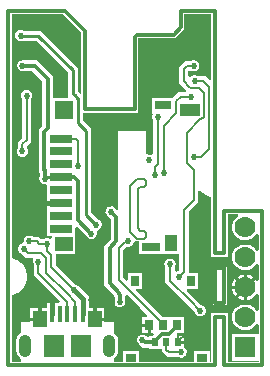
<source format=gbr>
G04 ================== begin FILE IDENTIFICATION RECORD ==================*
G04 Layout Name:  STEVAL-STLCR01V1.brd*
G04 Film Name:    STEVAL-STLCR01V1-06BOT.GBR*
G04 File Format:  Gerber RS274X*
G04 File Origin:  Cadence Allegro 16.5-P002*
G04 Origin Date:  Wed May 18 11:18:33 2016*
G04 *
G04 Layer:  VIA CLASS/BOTTOM*
G04 Layer:  PIN/BOTTOM*
G04 Layer:  ETCH/BOTTOM*
G04 Layer:  BOARD GEOMETRY/TOOLING_CORNERS*
G04 *
G04 Offset:    (0.0000 0.0000)*
G04 Mirror:    No*
G04 Mode:      Positive*
G04 Rotation:  0*
G04 FullContactRelief:  No*
G04 UndefLineWidth:     0.0000*
G04 ================== end FILE IDENTIFICATION RECORD ====================*
%FSLAX25Y25*MOMM*%
%IR0*IPPOS*OFA0.00000B0.00000*MIA0B0*SFA1.00000B1.00000*%
%ADD11C,.52*%
%ADD16R,1.905X.7112*%
%ADD22R,1.524X.762*%
%ADD23R,1.397X.762*%
%ADD14R,.4064X1.4478*%
%ADD10O,1.05X1.9*%
%ADD13R,1.15X1.45*%
%ADD24R,1.651X1.016*%
%ADD15R,1.524X1.27*%
%ADD12R,1.75X1.9*%
%ADD20R,.7X.85*%
%ADD21R,1.016X1.4478*%
%ADD19R,.508X.635*%
%ADD17R,1.524X1.524*%
%ADD26C,1.778*%
%ADD25R,1.778X1.778*%
%ADD18R,.889X.762*%
%ADD27C,.2*%
%ADD28C,.3*%
%ADD29C,.4*%
%ADD30C,.25*%
%ADD31R,1.2002X3.3002*%
G75*
%LPD*%
G75*
G36*
G01X611330Y2299890D02*
X609110Y2302110D01*
X608910Y2302360D01*
G03X607850Y2303680I-33675J-25957D01*
G01X604210Y2307990D01*
X597650Y2314550D01*
X597050Y2315970D01*
X587520Y2325500D01*
Y2517610D01*
X271610Y2833520D01*
X128780D01*
G03Y2748480I-23780J-42520D01*
G01X236390D01*
X502480Y2482390D01*
Y2290300D01*
X511510Y2281260D01*
G02X504320Y2263920I-7188J-7180D01*
G01X380020D01*
Y2443630D01*
X241630Y2582020D01*
X138650D01*
X137760Y2582370D01*
G03Y2491630I-17760J-45370D01*
G01X138650Y2491980D01*
X204330D01*
X289980Y2406330D01*
Y2023650D01*
X259980Y1993650D01*
Y1636350D01*
X264980Y1631350D01*
Y1598650D01*
X264630Y1597760D01*
G03X319820Y1532280I45369J-17759D01*
G02X332030Y1522330I2050J-9951D01*
G01Y1091720D01*
X371080D01*
Y1080110D01*
G02X355590Y1071460I-10159J-2D01*
G03X302210Y1070020I-25591J-41459D01*
G01X277060D01*
X257060Y1090020D01*
X207790D01*
G03X131600Y1044430I-27789J-40018D01*
G02X122970Y1033210I-10093J-1166D01*
G03X119920Y937330I7026J-48212D01*
G01X121390Y937020D01*
X130240Y928180D01*
X133120D01*
X149090Y912210D01*
X201380D01*
G02X210690Y897980I2J-10159D01*
G03X215310Y850670I44639J-19521D01*
G01Y763090D01*
X435950Y542450D01*
G02X428770Y525110I-7186J-7181D01*
G01X326960D01*
Y483220D01*
X187780D01*
Y365020D01*
X104980D01*
Y272750D01*
X102590Y271260D01*
G03X67280Y207500I39911J-63760D01*
G01Y122500D01*
G03X102590Y58740I75221J0D01*
G01X104970Y57250D01*
Y30000D01*
X30000D01*
Y592760D01*
X34000Y593630D01*
G03Y906370I-34000J156370D01*
G01X30000Y907240D01*
Y2970000D01*
X467570D01*
X620000Y2817570D01*
Y2303490D01*
G02X611330Y2299890I-5080J-5D01*
G37*
G36*
G01X895030Y30000D02*
Y57310D01*
G03X932720Y122500I-37533J65190D01*
G01Y207500D01*
G03X897410Y271260I-75221J0D01*
G01X895020Y272750D01*
Y365010D01*
X812220D01*
Y483220D01*
X680020D01*
Y585720D01*
X595360Y670380D01*
G03X568620Y684280I-35369J-35370D01*
G01X567040Y684560D01*
X405020Y846580D01*
Y943780D01*
X568920D01*
Y1116220D01*
X567970D01*
Y1163010D01*
G02X585310Y1170200I10159J4D01*
G01X658500Y1097010D01*
X658890Y1096130D01*
G03X750080Y1130010I44633J19530D01*
G02X757240Y1142840I9709J2994D01*
G03X759420Y1236540I-12237J47160D01*
G01X758220Y1236910D01*
X702520Y1292610D01*
Y2002610D01*
X632520Y2072610D01*
Y2140000D01*
X1100000D01*
Y2767570D01*
X1102430Y2770000D01*
X1412430D01*
X1490000Y2847570D01*
Y2970000D01*
X1720000D01*
Y2421120D01*
G02X1702660Y2413940I-10159J6D01*
G01X1666580Y2450020D01*
X1607790D01*
G03X1542930Y2441610I-27786J-40020D01*
G02X1525040Y2448210I-7729J6595D01*
G01Y2493920D01*
X1526100Y2494980D01*
X1542170D01*
X1543440Y2494160D01*
G03X1542210Y2575020I26560J40843D01*
G01X1492940D01*
X1445000Y2527080D01*
Y2386300D01*
X1502480Y2328820D01*
X1502540Y2328770D01*
X1507620Y2323690D01*
G02X1504030Y2315020I-3594J-3590D01*
G01X1443420D01*
X1389220Y2260820D01*
X1214930D01*
Y2139110D01*
G02X1222610Y2124010I-1160J-10093D01*
G03X1224980Y2072210I42390J-24015D01*
G01Y1790440D01*
G02X1211400Y1780880I-10159J5D01*
G03X1182740Y1782150I-16391J-45880D01*
G02X1170020Y1791980I-2560J9833D01*
G01Y1980020D01*
X929980D01*
Y1315950D01*
G02X921310Y1312360I-5080J4D01*
G01X915030Y1318640D01*
X914640Y1319520D01*
G03X850480Y1255360I-44640J-19520D01*
G01X851360Y1254970D01*
X868120Y1238210D01*
Y1066790D01*
X814980Y1013650D01*
Y676350D01*
X894980Y596350D01*
Y582450D01*
X899980Y577450D01*
Y553750D01*
X899630Y552860D01*
G03X990370I45370J-17760D01*
G01X990020Y553750D01*
Y586360D01*
G02X1007360Y593540I10159J-6D01*
G01X1178340Y422560D01*
G02X1171160Y405220I-7186J-7181D01*
G01X1132280D01*
Y274780D01*
X1225240D01*
G02X1232420Y257440I-6J-10159D01*
G01X1224450Y249470D01*
X1191880D01*
Y240020D01*
X1176880D01*
G03X1115690Y170140I-41671J-25241D01*
G01X1116570Y169750D01*
X1136340Y149980D01*
X1191880D01*
Y140530D01*
X1299980D01*
Y116670D01*
X1346660Y69990D01*
X1437200D01*
G03X1488120Y152890I27782J40024D01*
G01Y249470D01*
X1435160D01*
G02X1427980Y266810I6J10159D01*
G01X1435950Y274780D01*
X1487720D01*
Y405220D01*
X1308880D01*
X1081660Y632440D01*
G02X1088840Y649780I7186J7181D01*
G01X1132720D01*
Y780220D01*
X1017280D01*
Y721340D01*
G02X999940Y714160I-10159J6D01*
G01X975020Y739080D01*
Y973420D01*
X1001580Y999980D01*
X1021580D01*
X1023620Y1002030D01*
X1025100Y1002340D01*
G03X1063450Y1044850I-10097J47663D01*
G02X1080730Y1050950I10099J-1083D01*
G01X1081710Y1049980D01*
X1111080D01*
Y944180D01*
X1306480D01*
Y942390D01*
X1449980D01*
Y902580D01*
X1449960Y902560D01*
Y807760D01*
X1439960Y797750D01*
X1438480Y797440D01*
G03X1425080Y792460I10089J-47664D01*
G02X1410020Y801360I-4901J8899D01*
G01Y827210D01*
G03X1329980I-40020J27790D01*
G01Y700580D01*
X1494980Y535580D01*
Y535570D01*
X1578230Y452330D01*
X1578540Y450850D01*
G03X1636300Y508610I47660J10100D01*
G01X1634820Y508920D01*
X1575020Y568730D01*
Y568740D01*
X1511320Y632440D01*
G02X1518500Y649780I7186J7181D01*
G01X1602720D01*
Y780220D01*
X1530000D01*
Y869400D01*
X1530020Y869420D01*
Y1299270D01*
X1610020Y1379270D01*
Y1469960D01*
G02X1627930Y1476530I10159J3D01*
G03X1716000Y1423630I122071J103468D01*
G01X1720000Y1422760D01*
Y920000D01*
X1860000D01*
Y1280000D01*
X1938230D01*
G02X1943800Y1261340I-1J-10162D01*
G03X2101090Y1111210I61197J-93345D01*
G02X2120000Y1106040I8749J-5166D01*
G01Y975960D01*
G02X2101090Y970790I-10161J-4D01*
G03Y857210I-96090J-56790D01*
G02X2120000Y852040I8749J-5166D01*
G01Y721960D01*
G02X2101090Y716790I-10161J-4D01*
G03Y603210I-96090J-56790D01*
G02X2120000Y598040I8749J-5166D01*
G01Y467960D01*
G02X2101090Y462790I-10161J-4D01*
G03Y349210I-96090J-56790D01*
G02X2120000Y344040I8749J-5166D01*
G01Y263620D01*
X1893380D01*
Y40380D01*
X2120000D01*
Y30000D01*
X1860000D01*
Y440000D01*
X1720000D01*
Y30000D01*
X1707170D01*
Y120820D01*
X1572830D01*
Y30000D01*
X1107170D01*
Y120820D01*
X972830D01*
Y30000D01*
X895030D01*
G37*
%LPC*%
G75*
G36*
G01X160840Y1836560D02*
G02X79980Y1837790I-40843J-26560D01*
G01Y1887060D01*
X114980Y1922060D01*
Y2255210D01*
G02X195020I40020J27790D01*
G01Y1888900D01*
X160020Y1853900D01*
Y1837830D01*
X160840Y1836560D01*
G37*
G54D31*
X1790000Y675000D03*
%LPD*%
G75*
G54D10*
X142500Y165000D03*
X857500D03*
G54D20*
X1075000Y715000D03*
X1545000D03*
X1190000Y340000D03*
X1310000D03*
X1430000D03*
G54D11*
X100000Y450000D03*
X65000Y340000D03*
X59520Y1230000D03*
X130000Y985000D03*
X165000Y1420000D03*
X95000Y2410000D03*
X120000Y1810000D03*
X155000Y2283000D03*
X120000Y2537000D03*
X105000Y2791000D03*
X285000Y640000D03*
X210000Y540000D03*
X705000Y629300D03*
X795000Y630000D03*
X705000Y555000D03*
X675000Y885000D03*
Y705000D03*
Y795000D03*
X255330Y878460D03*
X559990Y635010D03*
X745000Y1190000D03*
X870000Y1300000D03*
X600000Y1115000D03*
X703530Y1115650D03*
X730000Y1695000D03*
X475000Y1370000D03*
X390920Y1272810D03*
X509900Y1147100D03*
X590000Y1684900D03*
X430000Y1485000D03*
X515000Y1700000D03*
X310000Y1580000D03*
X180000Y1050000D03*
X330000Y1030000D03*
X305000Y1250000D03*
X463030Y1804190D03*
X1010000Y160000D03*
X1464990Y110010D03*
X1448580Y749780D03*
X1135210Y214780D03*
X960000Y235000D03*
X945000Y535100D03*
X1015000Y815000D03*
X1675000Y350000D03*
X1635000Y830000D03*
X1270000Y920000D03*
X1370000Y855000D03*
X1626200Y460950D03*
X1515000Y265000D03*
X1015000Y455000D03*
X1075000Y1005000D03*
X1015000Y1050000D03*
X1242760Y1610000D03*
X1316420Y1624330D03*
X1575000Y1760000D03*
X1195000Y1735000D03*
X1265000Y2100000D03*
X1580000Y2410000D03*
X1550000Y2275000D03*
X1565000Y2920000D03*
Y2791000D03*
X1570000Y2535000D03*
G54D30*
G01X745000Y1190000D02*
X660000Y1275000D01*
Y1985000D01*
X590000Y2055000D01*
Y2261820D01*
X587800Y2263300D01*
X584820Y2266270D01*
X576490Y2274600D01*
X575350Y2276260D01*
X572870Y2279200D01*
X567940Y2284130D01*
X561670Y2290470D01*
X561120Y2291770D01*
X545000Y2307900D01*
Y2500000D01*
X254000Y2791000D01*
X105000D01*
G01X182700Y388000D02*
X268000D01*
G01X732000D02*
X817300D01*
G01X386760Y1590000D02*
X320000D01*
X310000Y1580000D01*
G01X1440000Y195000D02*
X1493200D01*
G01X1127200Y340000D02*
X1190000D01*
G01Y269700D02*
Y340000D01*
G01X1917400Y747600D02*
X2005000Y660000D01*
G01D02*
X2092600Y747600D01*
G01X1917400Y572400D02*
X2005000Y660000D01*
G01X1888300D02*
X2005000D01*
G01D02*
Y776700D01*
G01Y543300D02*
Y660000D01*
G54D21*
X1380000Y1037500D03*
G54D12*
X387500Y165000D03*
X612500D03*
G54D13*
X268000Y388000D03*
X732000D03*
G54D22*
X1210000Y1005000D03*
G54D14*
X630000Y430000D03*
X565000D03*
X500000D03*
X435000D03*
X370000D03*
G54D23*
X1307500Y2200000D03*
G54D15*
X470000Y1030000D03*
G54D24*
X1537500Y2160000D03*
G54D25*
X2005000Y152000D03*
G54D16*
X450000Y1370000D03*
Y1260000D03*
Y1150000D03*
Y1480000D03*
Y1590000D03*
Y1700000D03*
Y1810000D03*
Y1920000D03*
G54D26*
X2005000Y406000D03*
Y660000D03*
Y914000D03*
Y1168000D03*
G54D17*
X470000Y2165000D03*
G54D27*
G01X130000Y985000D02*
X146810Y968200D01*
X149700D01*
X165670Y952230D01*
X277770D01*
X320000Y910000D01*
Y906400D01*
X320810Y905590D01*
Y781560D01*
X494500Y607880D01*
X494510D01*
X565000Y537390D01*
Y430000D01*
G01X165000Y1420000D02*
X230000Y1485000D01*
Y2335480D01*
X155480Y2410000D01*
X95000D01*
G01X155000Y2283000D02*
Y1905480D01*
X120000Y1870480D01*
Y1810000D01*
G01X675000Y895000D02*
Y885000D01*
G01Y795000D02*
Y885000D01*
G01X255330Y878460D02*
Y779670D01*
X500000Y535000D01*
Y430000D01*
G01X559990Y635010D02*
X365000Y830000D01*
Y934520D01*
X330000Y969520D01*
Y1030000D01*
G01X321980Y1367230D02*
X324750Y1370000D01*
G01X305000Y1250000D02*
Y1350250D01*
X321980Y1367230D01*
G01D02*
X290000D01*
G01D02*
X222770D01*
X212770Y1377230D01*
X207770D01*
X165000Y1420000D01*
G01X450000Y1370000D02*
X475000D01*
G01X450000Y1260000D02*
X415000D01*
X402190Y1272810D01*
X390920D01*
G01X509900Y1147100D02*
X452900D01*
X450000Y1150000D01*
G01X430000Y1485000D02*
X445000D01*
X450000Y1480000D01*
G01X330000Y1030000D02*
X260480D01*
X240480Y1050000D01*
X180000D01*
G01X590000Y1684900D02*
Y1740900D01*
X595000Y1745900D01*
Y1900250D01*
X575250Y1920000D01*
X450000D01*
G01Y1700000D02*
X515000D01*
G01X450000Y1810000D02*
X455810Y1804190D01*
X463030D01*
G01X1464990Y110010D02*
X1363240D01*
X1340000Y133250D01*
Y195000D01*
G01X1440000Y257500D02*
Y201350D01*
G01X1515000Y265000D02*
X1503650D01*
G01D02*
X1440000Y201350D01*
G01D02*
Y195000D01*
G01X1570000Y2535000D02*
X1509520D01*
X1485020Y2510500D01*
Y2402880D01*
X1530780Y2357120D01*
X1533920Y2353990D01*
X1543390Y2344520D01*
X1615480D01*
X1655000Y2305000D01*
Y2105250D01*
X1631450Y2081700D01*
X1626700D01*
X1514000Y1969000D01*
Y1711000D01*
X1570000Y1655000D01*
Y1395850D01*
X1490000Y1315850D01*
Y886000D01*
X1489980Y885980D01*
Y791180D01*
X1448580Y749780D01*
G01X1370000Y855000D02*
Y717160D01*
X1535000Y552160D01*
Y552150D01*
X1626200Y460950D01*
G01X1310000Y340000D02*
Y347500D01*
X935000Y722500D01*
Y990000D01*
X985000Y1040000D01*
X1005000D01*
X1015000Y1050000D01*
G01X1242760Y1610000D02*
Y1680150D01*
X1265000Y1702390D01*
Y1707390D01*
X1265480Y1707870D01*
Y1762130D01*
X1265000Y1762610D01*
Y2100000D01*
G01X1150000Y1580000D02*
X1090000D01*
X1030000Y1520000D01*
Y1130000D01*
X1090000Y1070000D01*
X1150000D01*
X1170000Y1090000D01*
Y1120000D01*
X1150000Y1140000D01*
X1120000D01*
X1100000Y1160000D01*
Y1490000D01*
X1120000Y1510000D01*
X1150000D01*
X1170000Y1530000D01*
Y1560000D01*
X1150000Y1580000D01*
G01X1316420Y1624330D02*
Y1684810D01*
X1315000Y1686230D01*
Y2030000D01*
X1420000Y2135000D01*
Y2235000D01*
X1460000Y2275000D01*
X1550000D01*
G01X1575000Y1760000D02*
X1631000D01*
X1700000Y1829000D01*
Y2360000D01*
X1650000Y2410000D01*
X1580000D01*
G54D18*
X1640000Y60000D03*
X1040000D03*
G54D28*
G01X0Y0D02*
X1750000D01*
Y410000D01*
X1830000D01*
Y0D01*
X2150000D01*
Y1310000D01*
X1830000D01*
Y950000D01*
X1750000D01*
Y3000000D01*
X1460000D01*
Y2860000D01*
X1400000Y2800000D01*
X1090000D01*
X1070000Y2780000D01*
Y2170000D01*
X650000D01*
Y2830000D01*
X480000Y3000000D01*
X0D01*
Y0D01*
G01X310000Y1580000D02*
Y1650000D01*
X305000Y1655000D01*
Y1975000D01*
X335000Y2005000D01*
Y2424980D01*
X222980Y2537000D01*
X120000D01*
G01X265000Y505000D02*
X268000Y502000D01*
G01D02*
Y388000D01*
G01X730000Y510000D02*
X732000Y508000D01*
G01D02*
Y388000D01*
G01X945000Y535100D02*
Y596100D01*
X940000Y601100D01*
Y615000D01*
X860000Y695000D01*
Y995000D01*
X913140Y1048140D01*
Y1256860D01*
X870000Y1300000D01*
G01X703530Y1115650D02*
X586860Y1232320D01*
Y1556510D01*
X553370Y1590000D01*
X450000D01*
G01D02*
X386760D01*
G01X1240000Y195000D02*
Y201350D01*
X1300650Y262000D01*
X1359500D01*
X1430000Y332500D01*
Y340000D01*
G01X1135210Y214780D02*
X1154990Y195000D01*
X1240000D01*
G01X1375000Y2680000D02*
X1486000Y2791000D01*
X1565000D01*
G01X1830000Y530000D02*
X1750000D01*
Y820000D01*
X1830000D01*
Y530000D01*
G54D19*
X1440000Y195000D03*
X1340000D03*
X1240000D03*
G54D29*
G01X370000Y430000D02*
Y550000D01*
G01X630000Y430000D02*
Y565000D01*
X559990Y635010D01*
G01X324750Y1370000D02*
X450000D01*
G01X324750D02*
X292770D01*
X290000Y1367230D01*
M02*

</source>
